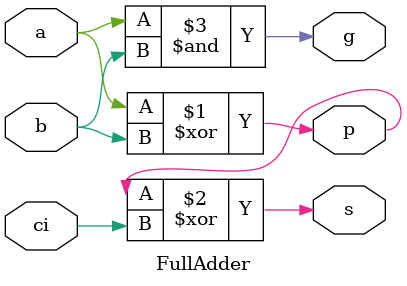
<source format=v>
module FullAdder(
    input   a,
    input   b,
    input   ci,
    output  p,
    output  g,
    output  s
);


assign p = a^b;
assign s = p^ci;
assign g = (a&b);

endmodule

</source>
